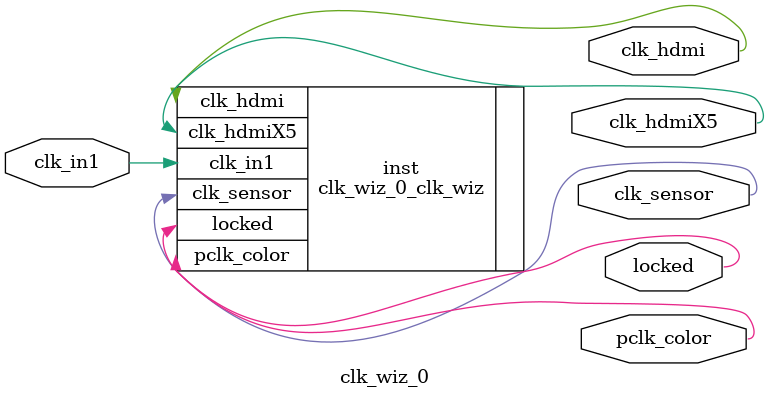
<source format=v>


`timescale 1ps/1ps

(* CORE_GENERATION_INFO = "clk_wiz_0,clk_wiz_v6_0_3_0_0,{component_name=clk_wiz_0,use_phase_alignment=true,use_min_o_jitter=false,use_max_i_jitter=false,use_dyn_phase_shift=false,use_inclk_switchover=false,use_dyn_reconfig=false,enable_axi=0,feedback_source=FDBK_AUTO,PRIMITIVE=MMCM,num_out_clk=4,clkin1_period=20.000,clkin2_period=10.0,use_power_down=false,use_reset=false,use_locked=true,use_inclk_stopped=false,feedback_type=SINGLE,CLOCK_MGR_TYPE=NA,manual_override=false}" *)

module clk_wiz_0 
 (
  // Clock out ports
  output        clk_sensor,
  output        clk_hdmi,
  output        clk_hdmiX5,
  output        pclk_color,
  // Status and control signals
  output        locked,
 // Clock in ports
  input         clk_in1
 );

  clk_wiz_0_clk_wiz inst
  (
  // Clock out ports  
  .clk_sensor(clk_sensor),
  .clk_hdmi(clk_hdmi),
  .clk_hdmiX5(clk_hdmiX5),
  .pclk_color(pclk_color),
  // Status and control signals               
  .locked(locked),
 // Clock in ports
  .clk_in1(clk_in1)
  );

endmodule

</source>
